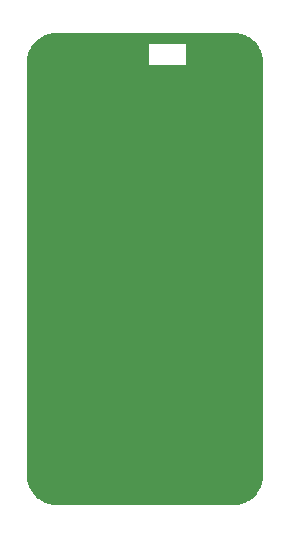
<source format=gbr>
%TF.GenerationSoftware,KiCad,Pcbnew,6.0.9+dfsg-1~bpo11+1*%
%TF.CreationDate,2022-11-11T15:12:30+01:00*%
%TF.ProjectId,013-prototype-board,3031332d-7072-46f7-946f-747970652d62,1*%
%TF.SameCoordinates,Original*%
%TF.FileFunction,Soldermask,Top*%
%TF.FilePolarity,Negative*%
%FSLAX46Y46*%
G04 Gerber Fmt 4.6, Leading zero omitted, Abs format (unit mm)*
G04 Created by KiCad (PCBNEW 6.0.9+dfsg-1~bpo11+1) date 2022-11-11 15:12:30*
%MOMM*%
%LPD*%
G01*
G04 APERTURE LIST*
G04 Aperture macros list*
%AMOutline4P*
0 Free polygon, 4 corners , with rotation*
0 The origin of the aperture is its center*
0 number of corners: always 4*
0 $1 to $8 corner X, Y*
0 $9 Rotation angle, in degrees counterclockwise*
0 create outline with 4 corners*
4,1,4,$1,$2,$3,$4,$5,$6,$7,$8,$1,$2,$9*%
%AMOutline5P*
0 Free polygon, 5 corners , with rotation*
0 The origin of the aperture is its center*
0 number of corners: always 5*
0 $1 to $10 corner X, Y*
0 $11 Rotation angle, in degrees counterclockwise*
0 create outline with 5 corners*
4,1,5,$1,$2,$3,$4,$5,$6,$7,$8,$9,$10,$1,$2,$11*%
%AMOutline6P*
0 Free polygon, 6 corners , with rotation*
0 The origin of the aperture is its center*
0 number of corners: always 6*
0 $1 to $12 corner X, Y*
0 $13 Rotation angle, in degrees counterclockwise*
0 create outline with 6 corners*
4,1,6,$1,$2,$3,$4,$5,$6,$7,$8,$9,$10,$11,$12,$1,$2,$13*%
%AMOutline7P*
0 Free polygon, 7 corners , with rotation*
0 The origin of the aperture is its center*
0 number of corners: always 7*
0 $1 to $14 corner X, Y*
0 $15 Rotation angle, in degrees counterclockwise*
0 create outline with 7 corners*
4,1,7,$1,$2,$3,$4,$5,$6,$7,$8,$9,$10,$11,$12,$13,$14,$1,$2,$15*%
%AMOutline8P*
0 Free polygon, 8 corners , with rotation*
0 The origin of the aperture is its center*
0 number of corners: always 8*
0 $1 to $16 corner X, Y*
0 $17 Rotation angle, in degrees counterclockwise*
0 create outline with 8 corners*
4,1,8,$1,$2,$3,$4,$5,$6,$7,$8,$9,$10,$11,$12,$13,$14,$15,$16,$1,$2,$17*%
G04 Aperture macros list end*
%ADD10R,1.500000X1.500000*%
%ADD11Outline4P,-0.750000X0.000000X0.000000X0.750000X0.750000X0.000000X0.000000X-0.750000X0.000000*%
%ADD12C,3.400000*%
%ADD13C,1.400000*%
%ADD14Outline5P,-0.750000X0.750000X0.750000X0.750000X0.750000X0.000000X0.000000X-0.750000X-0.750000X0.000000X0.000000*%
%ADD15R,1.000000X1.000000*%
G04 APERTURE END LIST*
%TO.C,J2*%
G36*
X170000000Y-108000000D02*
G01*
X167000000Y-108000000D01*
X167000000Y-102000000D01*
X170000000Y-102000000D01*
X170000000Y-108000000D01*
G37*
G36*
X170000000Y-88000000D02*
G01*
X167000000Y-88000000D01*
X167000000Y-82000000D01*
X170000000Y-82000000D01*
X170000000Y-88000000D01*
G37*
G36*
X153000000Y-108000000D02*
G01*
X150000000Y-108000000D01*
X150000000Y-102000000D01*
X153000000Y-102000000D01*
X153000000Y-108000000D01*
G37*
G36*
X163000000Y-115000000D02*
G01*
X157000000Y-115000000D01*
X157000000Y-112000000D01*
X163000000Y-112000000D01*
X163000000Y-115000000D01*
G37*
G36*
X153000000Y-88000000D02*
G01*
X150000000Y-88000000D01*
X150000000Y-82000000D01*
X153000000Y-82000000D01*
X153000000Y-88000000D01*
G37*
%TD*%
D10*
%TO.C,REF\u002A\u002A*%
X156200000Y-90700000D03*
%TD*%
%TO.C,REF\u002A\u002A*%
X155200000Y-103100000D03*
%TD*%
%TO.C,REF\u002A\u002A*%
X156200000Y-88800000D03*
%TD*%
%TO.C,REF\u002A\u002A*%
X156200000Y-108800000D03*
%TD*%
%TO.C,REF\u002A\u002A*%
X164700000Y-103100000D03*
%TD*%
%TO.C,REF\u002A\u002A*%
X158100000Y-110700000D03*
%TD*%
D11*
%TO.C,REF\u002A\u002A*%
X157100000Y-83100000D03*
%TD*%
D10*
%TO.C,REF\u002A\u002A*%
X160000000Y-92600000D03*
%TD*%
%TO.C,REF\u002A\u002A*%
X154300000Y-101200000D03*
%TD*%
%TO.C,REF\u002A\u002A*%
X161900000Y-95500000D03*
%TD*%
D11*
%TO.C,REF\u002A\u002A*%
X160000000Y-99300000D03*
%TD*%
D10*
%TO.C,REF\u002A\u002A*%
X159000000Y-83100000D03*
%TD*%
%TO.C,REF\u002A\u002A*%
X164700000Y-83100000D03*
%TD*%
%TO.C,REF\u002A\u002A*%
X161900000Y-99300000D03*
%TD*%
D12*
%TO.C,H2*%
X152500000Y-112500000D03*
%TD*%
D10*
%TO.C,REF\u002A\u002A*%
X160900000Y-83100000D03*
%TD*%
%TO.C,REF\u002A\u002A*%
X161900000Y-97400000D03*
%TD*%
%TO.C,REF\u002A\u002A*%
X161900000Y-79300000D03*
%TD*%
%TO.C,REF\u002A\u002A*%
X158100000Y-105000000D03*
%TD*%
%TO.C,REF\u002A\u002A*%
X158100000Y-85000000D03*
%TD*%
%TO.C,REF\u002A\u002A*%
X154300000Y-108800000D03*
%TD*%
%TO.C,REF\u002A\u002A*%
X165700000Y-88800000D03*
%TD*%
%TO.C,REF\u002A\u002A*%
X163800000Y-79300000D03*
%TD*%
%TO.C,REF\u002A\u002A*%
X163800000Y-95500000D03*
%TD*%
D11*
%TO.C,REF\u002A\u002A*%
X157100000Y-106900000D03*
%TD*%
D10*
%TO.C,REF\u002A\u002A*%
X160000000Y-108800000D03*
%TD*%
%TO.C,REF\u002A\u002A*%
X165700000Y-81200000D03*
%TD*%
%TO.C,REF\u002A\u002A*%
X155200000Y-86900000D03*
%TD*%
D13*
%TO.C,REF\u002A\u002A*%
X157500000Y-97500000D03*
%TD*%
D10*
%TO.C,REF\u002A\u002A*%
X159000000Y-86900000D03*
%TD*%
%TO.C,REF\u002A\u002A*%
X163800000Y-92600000D03*
%TD*%
%TO.C,REF\u002A\u002A*%
X154300000Y-81200000D03*
%TD*%
%TO.C,REF\u002A\u002A*%
X158100000Y-99300000D03*
%TD*%
%TO.C,REF\u002A\u002A*%
X161900000Y-88800000D03*
%TD*%
%TO.C,REF\u002A\u002A*%
X163800000Y-85000000D03*
%TD*%
%TO.C,REF\u002A\u002A*%
X156200000Y-110700000D03*
%TD*%
%TO.C,REF\u002A\u002A*%
X156200000Y-85000000D03*
%TD*%
%TO.C,REF\u002A\u002A*%
X158100000Y-90700000D03*
%TD*%
%TO.C,REF\u002A\u002A*%
X165700000Y-101200000D03*
%TD*%
%TO.C,REF\u002A\u002A*%
X158100000Y-88800000D03*
%TD*%
%TO.C,REF\u002A\u002A*%
X160000000Y-105000000D03*
%TD*%
%TO.C,REF\u002A\u002A*%
X161900000Y-92600000D03*
%TD*%
%TO.C,REF\u002A\u002A*%
X165700000Y-108800000D03*
%TD*%
%TO.C,REF\u002A\u002A*%
X158100000Y-101200000D03*
%TD*%
%TO.C,REF\u002A\u002A*%
X165700000Y-105000000D03*
%TD*%
%TO.C,REF\u002A\u002A*%
X154300000Y-105000000D03*
%TD*%
%TO.C,REF\u002A\u002A*%
X163800000Y-101200000D03*
%TD*%
%TO.C,REF\u002A\u002A*%
X158100000Y-81200000D03*
%TD*%
D11*
%TO.C,REF\u002A\u002A*%
X162800000Y-86900000D03*
%TD*%
D10*
%TO.C,REF\u002A\u002A*%
X165700000Y-85000000D03*
%TD*%
%TO.C,REF\u002A\u002A*%
X156200000Y-95500000D03*
%TD*%
%TO.C,REF\u002A\u002A*%
X158100000Y-79300000D03*
%TD*%
%TO.C,REF\u002A\u002A*%
X164700000Y-86900000D03*
%TD*%
%TO.C,REF\u002A\u002A*%
X158100000Y-95500000D03*
%TD*%
%TO.C,REF\u002A\u002A*%
X156200000Y-81200000D03*
%TD*%
D14*
%TO.C,REF\u002A\u002A*%
X160000000Y-79300000D03*
%TD*%
D10*
%TO.C,REF\u002A\u002A*%
X158100000Y-108800000D03*
%TD*%
%TO.C,REF\u002A\u002A*%
X160000000Y-95500000D03*
%TD*%
D15*
%TO.C,REF\u002A\u002A*%
X162850000Y-94050000D03*
%TD*%
D10*
%TO.C,REF\u002A\u002A*%
X163800000Y-97400000D03*
%TD*%
D12*
%TO.C,H1*%
X152500000Y-77500000D03*
%TD*%
D15*
%TO.C,REF\u002A\u002A*%
X164750000Y-94050000D03*
%TD*%
D10*
%TO.C,REF\u002A\u002A*%
X161900000Y-101200000D03*
%TD*%
%TO.C,REF\u002A\u002A*%
X159000000Y-106900000D03*
%TD*%
D11*
%TO.C,REF\u002A\u002A*%
X162800000Y-106900000D03*
%TD*%
D10*
%TO.C,REF\u002A\u002A*%
X154300000Y-88800000D03*
%TD*%
%TO.C,REF\u002A\u002A*%
X158100000Y-92600000D03*
%TD*%
%TO.C,REF\u002A\u002A*%
X161900000Y-110700000D03*
%TD*%
%TO.C,REF\u002A\u002A*%
X160900000Y-106900000D03*
%TD*%
%TO.C,REF\u002A\u002A*%
X163800000Y-108800000D03*
%TD*%
D12*
%TO.C,H2*%
X152500000Y-97500000D03*
%TD*%
D10*
%TO.C,REF\u002A\u002A*%
X159000000Y-103100000D03*
%TD*%
%TO.C,REF\u002A\u002A*%
X161900000Y-85000000D03*
%TD*%
D12*
%TO.C,H4*%
X167500000Y-77500000D03*
%TD*%
D10*
%TO.C,REF\u002A\u002A*%
X156200000Y-99300000D03*
%TD*%
%TO.C,REF\u002A\u002A*%
X156200000Y-101200000D03*
%TD*%
%TO.C,REF\u002A\u002A*%
X163800000Y-110700000D03*
%TD*%
%TO.C,REF\u002A\u002A*%
X161900000Y-81200000D03*
%TD*%
%TO.C,REF\u002A\u002A*%
X156200000Y-92600000D03*
%TD*%
%TO.C,REF\u002A\u002A*%
X155200000Y-83100000D03*
%TD*%
D15*
%TO.C,REF\u002A\u002A*%
X160950000Y-94050000D03*
%TD*%
%TO.C,REF\u002A\u002A*%
X155250000Y-94050000D03*
%TD*%
D11*
%TO.C,REF\u002A\u002A*%
X162800000Y-103100000D03*
%TD*%
%TO.C,REF\u002A\u002A*%
X157100000Y-103100000D03*
%TD*%
D10*
%TO.C,REF\u002A\u002A*%
X161900000Y-105000000D03*
%TD*%
D15*
%TO.C,REF\u002A\u002A*%
X157150000Y-94050000D03*
%TD*%
D10*
%TO.C,REF\u002A\u002A*%
X161900000Y-90700000D03*
%TD*%
%TO.C,REF\u002A\u002A*%
X160000000Y-85000000D03*
%TD*%
%TO.C,REF\u002A\u002A*%
X163800000Y-90700000D03*
%TD*%
D13*
%TO.C,REF\u002A\u002A*%
X157500000Y-77500000D03*
%TD*%
D10*
%TO.C,REF\u002A\u002A*%
X160000000Y-90700000D03*
%TD*%
D15*
%TO.C,REF\u002A\u002A*%
X159050000Y-94050000D03*
%TD*%
D12*
%TO.C,H2*%
X167500000Y-112500000D03*
%TD*%
D10*
%TO.C,REF\u002A\u002A*%
X160900000Y-86900000D03*
%TD*%
D11*
%TO.C,REF\u002A\u002A*%
X162800000Y-83100000D03*
%TD*%
D12*
%TO.C,H3*%
X167500000Y-97500000D03*
%TD*%
%TO.C,H3*%
X167500000Y-92500000D03*
%TD*%
D10*
%TO.C,REF\u002A\u002A*%
X154300000Y-85000000D03*
%TD*%
%TO.C,REF\u002A\u002A*%
X164700000Y-106900000D03*
%TD*%
%TO.C,REF\u002A\u002A*%
X163800000Y-81200000D03*
%TD*%
%TO.C,REF\u002A\u002A*%
X163800000Y-99300000D03*
%TD*%
D11*
%TO.C,REF\u002A\u002A*%
X157100000Y-86900000D03*
%TD*%
D10*
%TO.C,REF\u002A\u002A*%
X160000000Y-81200000D03*
%TD*%
%TO.C,REF\u002A\u002A*%
X155200000Y-106900000D03*
%TD*%
%TO.C,REF\u002A\u002A*%
X163800000Y-88800000D03*
%TD*%
%TO.C,REF\u002A\u002A*%
X156200000Y-105000000D03*
%TD*%
%TO.C,REF\u002A\u002A*%
X160000000Y-88800000D03*
%TD*%
%TO.C,REF\u002A\u002A*%
X163800000Y-105000000D03*
%TD*%
%TO.C,REF\u002A\u002A*%
X161900000Y-108800000D03*
%TD*%
%TO.C,REF\u002A\u002A*%
X160900000Y-103100000D03*
%TD*%
%TO.C,REF\u002A\u002A*%
X160000000Y-110700000D03*
%TD*%
%TO.C,REF\u002A\u002A*%
X160000000Y-101200000D03*
%TD*%
%TO.C,REF\u002A\u002A*%
X156200000Y-79300000D03*
%TD*%
%TO.C,REF\u002A\u002A*%
X160000000Y-97400000D03*
%TD*%
D12*
%TO.C,H2*%
X152500000Y-92500000D03*
%TD*%
G36*
X169290871Y-75766002D02*
G01*
X169317482Y-75788923D01*
X169477940Y-75971891D01*
X169487973Y-75984966D01*
X169660476Y-76243134D01*
X169668717Y-76257408D01*
X169806047Y-76535886D01*
X169812354Y-76551112D01*
X169912160Y-76845129D01*
X169916426Y-76861050D01*
X169977001Y-77165587D01*
X169979152Y-77181927D01*
X169999730Y-77495881D01*
X170000000Y-77504122D01*
X170000000Y-77828000D01*
X169979998Y-77896121D01*
X169926342Y-77942614D01*
X169874000Y-77954000D01*
X163503088Y-77954000D01*
X163496906Y-77953848D01*
X163481291Y-77953081D01*
X163468982Y-77951869D01*
X163460671Y-77950636D01*
X163396223Y-77920854D01*
X163358108Y-77860956D01*
X163358426Y-77789960D01*
X163397077Y-77730407D01*
X163461790Y-77701203D01*
X163479162Y-77700000D01*
X163481885Y-77700000D01*
X163497124Y-77695525D01*
X163498329Y-77694135D01*
X163500000Y-77686452D01*
X163500000Y-76018115D01*
X163495525Y-76002876D01*
X163494135Y-76001671D01*
X163486452Y-76000000D01*
X163479162Y-76000000D01*
X163411041Y-75979998D01*
X163364548Y-75926342D01*
X163354444Y-75856068D01*
X163383938Y-75791488D01*
X163443664Y-75753104D01*
X163460671Y-75749364D01*
X163468982Y-75748131D01*
X163481291Y-75746919D01*
X163496906Y-75746152D01*
X163503088Y-75746000D01*
X169222750Y-75746000D01*
X169290871Y-75766002D01*
G37*
G36*
X167504119Y-75000270D02*
G01*
X167818073Y-75020848D01*
X167834413Y-75022999D01*
X168138950Y-75083574D01*
X168154871Y-75087840D01*
X168448888Y-75187646D01*
X168464114Y-75193953D01*
X168742592Y-75331283D01*
X168756866Y-75339524D01*
X169015034Y-75512027D01*
X169028109Y-75522060D01*
X169261557Y-75726788D01*
X169273212Y-75738443D01*
X169477940Y-75971891D01*
X169487973Y-75984966D01*
X169536772Y-76057998D01*
X169557987Y-76125750D01*
X169539204Y-76194217D01*
X169486387Y-76241661D01*
X169432007Y-76254000D01*
X163626000Y-76254000D01*
X163557879Y-76233998D01*
X163511386Y-76180342D01*
X163500000Y-76128000D01*
X163500000Y-76018115D01*
X163495525Y-76002876D01*
X163494135Y-76001671D01*
X163486452Y-76000000D01*
X160318115Y-76000000D01*
X160302876Y-76004475D01*
X160301671Y-76005865D01*
X160300000Y-76013548D01*
X160300000Y-76128000D01*
X160279998Y-76196121D01*
X160226342Y-76242614D01*
X160174000Y-76254000D01*
X150567993Y-76254000D01*
X150499872Y-76233998D01*
X150453379Y-76180342D01*
X150443275Y-76110068D01*
X150463228Y-76057998D01*
X150512027Y-75984966D01*
X150522060Y-75971891D01*
X150726788Y-75738443D01*
X150738443Y-75726788D01*
X150971891Y-75522060D01*
X150984966Y-75512027D01*
X151243134Y-75339524D01*
X151257408Y-75331283D01*
X151535886Y-75193953D01*
X151551112Y-75187646D01*
X151845129Y-75087840D01*
X151861050Y-75083574D01*
X152165587Y-75022999D01*
X152181927Y-75020848D01*
X152495881Y-75000270D01*
X152504122Y-75000000D01*
X167495878Y-75000000D01*
X167504119Y-75000270D01*
G37*
G36*
X169942121Y-77466002D02*
G01*
X169988614Y-77519658D01*
X170000000Y-77572000D01*
X170000000Y-112495878D01*
X169999730Y-112504119D01*
X169979152Y-112818073D01*
X169977001Y-112834413D01*
X169916426Y-113138950D01*
X169912160Y-113154871D01*
X169812354Y-113448888D01*
X169806047Y-113464114D01*
X169668717Y-113742592D01*
X169660476Y-113756866D01*
X169487973Y-114015034D01*
X169477940Y-114028109D01*
X169273212Y-114261557D01*
X169261557Y-114273212D01*
X169028109Y-114477940D01*
X169015034Y-114487973D01*
X168756866Y-114660476D01*
X168742592Y-114668717D01*
X168464114Y-114806047D01*
X168448888Y-114812354D01*
X168154871Y-114912160D01*
X168138950Y-114916426D01*
X167834413Y-114977001D01*
X167818073Y-114979152D01*
X167504119Y-114999730D01*
X167495878Y-115000000D01*
X160172000Y-115000000D01*
X160103879Y-114979998D01*
X160057386Y-114926342D01*
X160046000Y-114874000D01*
X160046000Y-77703088D01*
X160046152Y-77696906D01*
X160046919Y-77681291D01*
X160048131Y-77668982D01*
X160049364Y-77660671D01*
X160079146Y-77596223D01*
X160139044Y-77558108D01*
X160210040Y-77558426D01*
X160269593Y-77597077D01*
X160298797Y-77661790D01*
X160300000Y-77679162D01*
X160300000Y-77681885D01*
X160304475Y-77697124D01*
X160305865Y-77698329D01*
X160313548Y-77700000D01*
X163481885Y-77700000D01*
X163497124Y-77695525D01*
X163498329Y-77694135D01*
X163500000Y-77686452D01*
X163500000Y-77572000D01*
X163520002Y-77503879D01*
X163573658Y-77457386D01*
X163626000Y-77446000D01*
X169874000Y-77446000D01*
X169942121Y-77466002D01*
G37*
G36*
X160303094Y-75746152D02*
G01*
X160318709Y-75746919D01*
X160331018Y-75748131D01*
X160339329Y-75749364D01*
X160403777Y-75779146D01*
X160441892Y-75839044D01*
X160441574Y-75910040D01*
X160402923Y-75969593D01*
X160338210Y-75998797D01*
X160320838Y-76000000D01*
X160318115Y-76000000D01*
X160302876Y-76004475D01*
X160301671Y-76005865D01*
X160300000Y-76013548D01*
X160300000Y-77681885D01*
X160304475Y-77697124D01*
X160305865Y-77698329D01*
X160313548Y-77700000D01*
X160428000Y-77700000D01*
X160496121Y-77720002D01*
X160542614Y-77773658D01*
X160554000Y-77826000D01*
X160554000Y-114874000D01*
X160533998Y-114942121D01*
X160480342Y-114988614D01*
X160428000Y-115000000D01*
X152504122Y-115000000D01*
X152495881Y-114999730D01*
X152181927Y-114979152D01*
X152165587Y-114977001D01*
X151861050Y-114916426D01*
X151845129Y-114912160D01*
X151551112Y-114812354D01*
X151535886Y-114806047D01*
X151257408Y-114668717D01*
X151243134Y-114660476D01*
X150984966Y-114487973D01*
X150971891Y-114477940D01*
X150738443Y-114273212D01*
X150726788Y-114261557D01*
X150522060Y-114028109D01*
X150512027Y-114015034D01*
X150339524Y-113756866D01*
X150331283Y-113742592D01*
X150193953Y-113464114D01*
X150187646Y-113448888D01*
X150087840Y-113154871D01*
X150083574Y-113138950D01*
X150022999Y-112834413D01*
X150020848Y-112818073D01*
X150000270Y-112504119D01*
X150000000Y-112495878D01*
X150000000Y-77504122D01*
X150000270Y-77495881D01*
X150020848Y-77181927D01*
X150022999Y-77165587D01*
X150083574Y-76861050D01*
X150087840Y-76845129D01*
X150187646Y-76551112D01*
X150193953Y-76535886D01*
X150331283Y-76257408D01*
X150339524Y-76243134D01*
X150512027Y-75984966D01*
X150522060Y-75971891D01*
X150682518Y-75788923D01*
X150742471Y-75750895D01*
X150777250Y-75746000D01*
X160296912Y-75746000D01*
X160303094Y-75746152D01*
G37*
M02*

</source>
